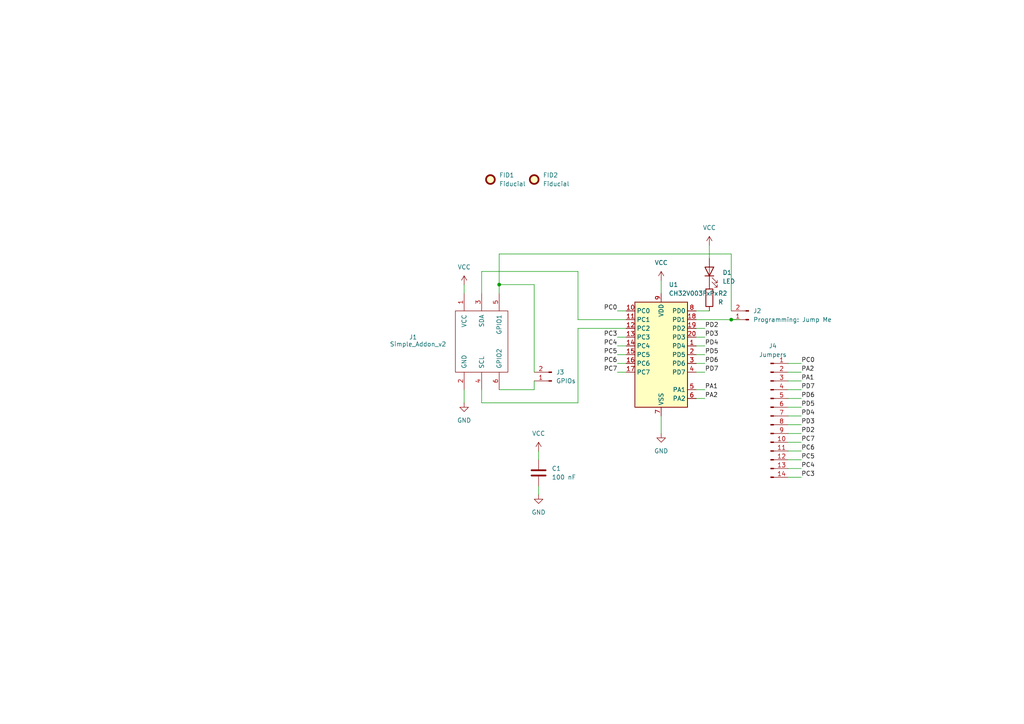
<source format=kicad_sch>
(kicad_sch (version 20231120) (generator "eeschema") (generator_version "8.0")
  (paper "A4")
  (lib_symbols
    (symbol "Connector:Conn_01x02_Pin" (pin_names (offset 1.016) hide)
      (property "Reference" "J" (at 0 2.54 0))
      (property "Value" "Conn_01x02_Pin" (at 0 -5.08 0))
      (symbol "Conn_01x02_Pin_1_1"
        (polyline (pts (xy 1.27 -2.54) (xy 0.8636 -2.54)) (stroke (width 0.1524)))
        (polyline (pts (xy 1.27 0) (xy 0.8636 0)) (stroke (width 0.1524)))
        (rectangle (start 0.8636 -2.413) (end 0 -2.667) (stroke (width 0.1524)) (fill (type outline)))
        (rectangle (start 0.8636 0.127) (end 0 -0.127) (stroke (width 0.1524)) (fill (type outline)))
        (pin passive line (at 5.08 0 180) (length 3.81) (name "Pin_1") (number "1"))
        (pin passive line (at 5.08 -2.54 180) (length 3.81) (name "Pin_2") (number "2"))
      )
    )
    (symbol "Connector:Conn_01x14_Pin" (pin_names (offset 1.016) hide)
      (property "Reference" "J" (at 0 17.78 0))
      (property "Value" "Conn_01x14_Pin" (at 0 -20.32 0))
      (symbol "Conn_01x14_Pin_1_1"
        (polyline (pts (xy 1.27 -17.78) (xy 0.8636 -17.78)) (stroke (width 0.1524)))
        (polyline (pts (xy 1.27 -15.24) (xy 0.8636 -15.24)) (stroke (width 0.1524)))
        (polyline (pts (xy 1.27 -12.7) (xy 0.8636 -12.7)) (stroke (width 0.1524)))
        (polyline (pts (xy 1.27 -10.16) (xy 0.8636 -10.16)) (stroke (width 0.1524)))
        (polyline (pts (xy 1.27 -7.62) (xy 0.8636 -7.62)) (stroke (width 0.1524)))
        (polyline (pts (xy 1.27 -5.08) (xy 0.8636 -5.08)) (stroke (width 0.1524)))
        (polyline (pts (xy 1.27 -2.54) (xy 0.8636 -2.54)) (stroke (width 0.1524)))
        (polyline (pts (xy 1.27 0) (xy 0.8636 0)) (stroke (width 0.1524)))
        (polyline (pts (xy 1.27 2.54) (xy 0.8636 2.54)) (stroke (width 0.1524)))
        (polyline (pts (xy 1.27 5.08) (xy 0.8636 5.08)) (stroke (width 0.1524)))
        (polyline (pts (xy 1.27 7.62) (xy 0.8636 7.62)) (stroke (width 0.1524)))
        (polyline (pts (xy 1.27 10.16) (xy 0.8636 10.16)) (stroke (width 0.1524)))
        (polyline (pts (xy 1.27 12.7) (xy 0.8636 12.7)) (stroke (width 0.1524)))
        (polyline (pts (xy 1.27 15.24) (xy 0.8636 15.24)) (stroke (width 0.1524)))
        (rectangle (start 0.8636 -17.653) (end 0 -17.907) (stroke (width 0.1524)) (fill (type outline)))
        (rectangle (start 0.8636 -15.113) (end 0 -15.367) (stroke (width 0.1524)) (fill (type outline)))
        (rectangle (start 0.8636 -12.573) (end 0 -12.827) (stroke (width 0.1524)) (fill (type outline)))
        (rectangle (start 0.8636 -10.033) (end 0 -10.287) (stroke (width 0.1524)) (fill (type outline)))
        (rectangle (start 0.8636 -7.493) (end 0 -7.747) (stroke (width 0.1524)) (fill (type outline)))
        (rectangle (start 0.8636 -4.953) (end 0 -5.207) (stroke (width 0.1524)) (fill (type outline)))
        (rectangle (start 0.8636 -2.413) (end 0 -2.667) (stroke (width 0.1524)) (fill (type outline)))
        (rectangle (start 0.8636 0.127) (end 0 -0.127) (stroke (width 0.1524)) (fill (type outline)))
        (rectangle (start 0.8636 2.667) (end 0 2.413) (stroke (width 0.1524)) (fill (type outline)))
        (rectangle (start 0.8636 5.207) (end 0 4.953) (stroke (width 0.1524)) (fill (type outline)))
        (rectangle (start 0.8636 7.747) (end 0 7.493) (stroke (width 0.1524)) (fill (type outline)))
        (rectangle (start 0.8636 10.287) (end 0 10.033) (stroke (width 0.1524)) (fill (type outline)))
        (rectangle (start 0.8636 12.827) (end 0 12.573) (stroke (width 0.1524)) (fill (type outline)))
        (rectangle (start 0.8636 15.367) (end 0 15.113) (stroke (width 0.1524)) (fill (type outline)))
        (pin passive line (at 5.08 15.24 180) (length 3.81) (name "Pin_1") (number "1"))
        (pin passive line (at 5.08 -7.62 180) (length 3.81) (name "Pin_10") (number "10"))
        (pin passive line (at 5.08 -10.16 180) (length 3.81) (name "Pin_11") (number "11"))
        (pin passive line (at 5.08 -12.7 180) (length 3.81) (name "Pin_12") (number "12"))
        (pin passive line (at 5.08 -15.24 180) (length 3.81) (name "Pin_13") (number "13"))
        (pin passive line (at 5.08 -17.78 180) (length 3.81) (name "Pin_14") (number "14"))
        (pin passive line (at 5.08 12.7 180) (length 3.81) (name "Pin_2") (number "2"))
        (pin passive line (at 5.08 10.16 180) (length 3.81) (name "Pin_3") (number "3"))
        (pin passive line (at 5.08 7.62 180) (length 3.81) (name "Pin_4") (number "4"))
        (pin passive line (at 5.08 5.08 180) (length 3.81) (name "Pin_5") (number "5"))
        (pin passive line (at 5.08 2.54 180) (length 3.81) (name "Pin_6") (number "6"))
        (pin passive line (at 5.08 0 180) (length 3.81) (name "Pin_7") (number "7"))
        (pin passive line (at 5.08 -2.54 180) (length 3.81) (name "Pin_8") (number "8"))
        (pin passive line (at 5.08 -5.08 180) (length 3.81) (name "Pin_9") (number "9"))
      )
    )
    (symbol "Device:C" (pin_numbers hide) (pin_names (offset 0.254))
      (property "Reference" "C" (at 0.635 2.54 0))
      (property "Value" "C" (at 0.635 -2.54 0))
      (symbol "C_0_1"
        (polyline (pts (xy -2.032 -0.762) (xy 2.032 -0.762)) (stroke (width 0.508)))
        (polyline (pts (xy -2.032 0.762) (xy 2.032 0.762)) (stroke (width 0.508)))
      )
      (symbol "C_1_1"
        (pin passive line (at 0 3.81 270) (length 2.794) (name "~") (number "1"))
        (pin passive line (at 0 -3.81 90) (length 2.794) (name "~") (number "2"))
      )
    )
    (symbol "Device:LED" (pin_numbers hide) (pin_names (offset 1.016) hide)
      (property "Reference" "D" (at 0 2.54 0))
      (property "Value" "LED" (at 0 -2.54 0))
      (symbol "LED_0_1"
        (polyline (pts (xy -1.27 -1.27) (xy -1.27 1.27)) (stroke (width 0.254)))
        (polyline (pts (xy -1.27 0) (xy 1.27 0)))
        (polyline (pts (xy 1.27 -1.27) (xy 1.27 1.27) (xy -1.27 0) (xy 1.27 -1.27)) (stroke (width 0.254)))
        (polyline (pts (xy -3.048 -0.762) (xy -4.572 -2.286) (xy -3.81 -2.286) (xy -4.572 -2.286) (xy -4.572 -1.524)))
        (polyline (pts (xy -1.778 -0.762) (xy -3.302 -2.286) (xy -2.54 -2.286) (xy -3.302 -2.286) (xy -3.302 -1.524)))
      )
      (symbol "LED_1_1"
        (pin passive line (at -3.81 0 0) (length 2.54) (name "K") (number "1"))
        (pin passive line (at 3.81 0 180) (length 2.54) (name "A") (number "2"))
      )
    )
    (symbol "Device:R" (pin_numbers hide) (pin_names (offset 0))
      (property "Reference" "R" (at 2.032 0 90))
      (property "Value" "R" (at 0 0 90))
      (symbol "R_0_1"
        (rectangle (start -1.016 -2.54) (end 1.016 2.54) (stroke (width 0.254)))
      )
      (symbol "R_1_1"
        (pin passive line (at 0 3.81 270) (length 1.27) (name "~") (number "1"))
        (pin passive line (at 0 -3.81 90) (length 1.27) (name "~") (number "2"))
      )
    )
    (symbol "MCU_WCH_CH32V0:CH32V003FxPx"
      (property "Reference" "U" (at -7.62 17.78 0))
      (property "Value" "CH32V003FxPx" (at 7.62 17.78 0))
      (symbol "CH32V003FxPx_1_1"
        (rectangle (start -7.62 15.24) (end 7.62 -15.24) (stroke (width 0.254)) (fill (type background)))
        (pin bidirectional line (at 10.16 2.54 180) (length 2.54) (name "PD4") (number "1"))
        (pin bidirectional line (at -10.16 12.7 0) (length 2.54) (name "PC0") (number "10"))
        (pin bidirectional line (at -10.16 10.16 0) (length 2.54) (name "PC1") (number "11"))
        (pin bidirectional line (at -10.16 7.62 0) (length 2.54) (name "PC2") (number "12"))
        (pin bidirectional line (at -10.16 5.08 0) (length 2.54) (name "PC3") (number "13"))
        (pin bidirectional line (at -10.16 2.54 0) (length 2.54) (name "PC4") (number "14"))
        (pin bidirectional line (at -10.16 0 0) (length 2.54) (name "PC5") (number "15"))
        (pin bidirectional line (at -10.16 -2.54 0) (length 2.54) (name "PC6") (number "16"))
        (pin bidirectional line (at -10.16 -5.08 0) (length 2.54) (name "PC7") (number "17"))
        (pin bidirectional line (at 10.16 10.16 180) (length 2.54) (name "PD1") (number "18"))
        (pin bidirectional line (at 10.16 7.62 180) (length 2.54) (name "PD2") (number "19"))
        (pin bidirectional line (at 10.16 0 180) (length 2.54) (name "PD5") (number "2"))
        (pin bidirectional line (at 10.16 5.08 180) (length 2.54) (name "PD3") (number "20"))
        (pin bidirectional line (at 10.16 -2.54 180) (length 2.54) (name "PD6") (number "3"))
        (pin bidirectional line (at 10.16 -5.08 180) (length 2.54) (name "PD7") (number "4"))
        (pin bidirectional line (at 10.16 -10.16 180) (length 2.54) (name "PA1") (number "5"))
        (pin bidirectional line (at 10.16 -12.7 180) (length 2.54) (name "PA2") (number "6"))
        (pin power_in line (at 0 -17.78 90) (length 2.54) (name "VSS") (number "7"))
        (pin bidirectional line (at 10.16 12.7 180) (length 2.54) (name "PD0") (number "8"))
        (pin power_in line (at 0 17.78 270) (length 2.54) (name "VDD") (number "9"))
      )
    )
    (symbol "Mechanical:Fiducial" (exclude_from_sim yes) (in_bom no)
      (property "Reference" "FID" (at 0 5.08 0))
      (property "Value" "Fiducial" (at 0 3.175 0))
      (symbol "Fiducial_0_1"
        (circle (center 0 0) (radius 1.27) (stroke (width 0.508)) (fill (type background)))
      )
    )
    (symbol "power:GND" (power) (pin_numbers hide) (pin_names (offset 0) hide)
      (property "Value" "GND" (at 0 -3.81 0))
      (symbol "GND_0_1"
        (polyline (pts (xy 0 0) (xy 0 -1.27) (xy 1.27 -1.27) (xy 0 -2.54) (xy -1.27 -1.27) (xy 0 -1.27)))
      )
      (symbol "GND_1_1"
        (pin power_in line (at 0 0 270) (length 0) (name "~") (number "1"))
      )
    )
    (symbol "power:VCC" (power) (pin_numbers hide) (pin_names (offset 0) hide)
      (property "Value" "VCC" (at 0 3.556 0))
      (symbol "VCC_0_1"
        (polyline (pts (xy -0.762 1.27) (xy 0 2.54)))
        (polyline (pts (xy 0 0) (xy 0 2.54)))
        (polyline (pts (xy 0 2.54) (xy 0.762 1.27)))
      )
      (symbol "VCC_1_1"
        (pin power_in line (at 0 0 90) (length 0) (name "~") (number "1"))
      )
    )
    (symbol "todbot_stuff:Simple_Addon_v2" (pin_names (offset 1.016))
      (property "Reference" "X" (at 0 0 0))
      (property "Value" "Simple_Addon_v2" (at 0 20.32 0))
      (symbol "Simple_Addon_v2_0_1"
        (rectangle (start -7.62 8.89) (end 7.62 -8.89))
      )
      (symbol "Simple_Addon_v2_1_1"
        (pin input line (at -5.08 13.97 270) (length 5.08) (name "VCC") (number "1"))
        (pin input line (at -5.08 -13.97 90) (length 5.08) (name "GND") (number "2"))
        (pin input line (at 0 13.97 270) (length 5.08) (name "SDA") (number "3"))
        (pin input line (at 0 -13.97 90) (length 5.08) (name "SCL") (number "4"))
        (pin input line (at 5.08 13.97 270) (length 5.08) (name "GPIO1") (number "5"))
        (pin input line (at 5.08 -13.97 90) (length 5.08) (name "GPIO2") (number "6"))
      )
    )
  )
  (junction (at 144.78 82.55))
  (junction (at 212.09 92.71))
  (wire (pts (xy 179.07 90.17) (xy 181.61 90.17)))
  (wire (pts (xy 228.6 115.57) (xy 232.41 115.57)))
  (wire (pts (xy 144.78 82.55) (xy 144.78 85.09)))
  (wire (pts (xy 139.7 85.09) (xy 139.7 78.74)))
  (wire (pts (xy 201.93 113.03) (xy 204.47 113.03)))
  (wire (pts (xy 201.93 100.33) (xy 204.47 100.33)))
  (wire (pts (xy 212.09 73.66) (xy 144.78 73.66)))
  (wire (pts (xy 139.7 78.74) (xy 167.64 78.74)))
  (wire (pts (xy 156.21 130.81) (xy 156.21 133.35)))
  (wire (pts (xy 228.6 128.27) (xy 232.41 128.27)))
  (wire (pts (xy 201.93 115.57) (xy 204.47 115.57)))
  (wire (pts (xy 167.64 78.74) (xy 167.64 92.71)))
  (wire (pts (xy 201.93 107.95) (xy 204.47 107.95)))
  (wire (pts (xy 191.77 81.28) (xy 191.77 85.09)))
  (wire (pts (xy 167.64 92.71) (xy 181.61 92.71)))
  (wire (pts (xy 228.6 105.41) (xy 232.41 105.41)))
  (wire (pts (xy 167.64 95.25) (xy 181.61 95.25)))
  (wire (pts (xy 201.93 102.87) (xy 204.47 102.87)))
  (wire (pts (xy 228.6 118.11) (xy 232.41 118.11)))
  (wire (pts (xy 228.6 107.95) (xy 232.41 107.95)))
  (wire (pts (xy 228.6 135.89) (xy 232.41 135.89)))
  (wire (pts (xy 201.93 97.79) (xy 204.47 97.79)))
  (wire (pts (xy 179.07 105.41) (xy 181.61 105.41)))
  (wire (pts (xy 154.94 82.55) (xy 154.94 107.95)))
  (wire (pts (xy 212.09 92.71) (xy 214.63 92.71)))
  (wire (pts (xy 205.74 71.12) (xy 205.74 74.93)))
  (wire (pts (xy 139.7 113.03) (xy 139.7 116.84)))
  (wire (pts (xy 201.93 90.17) (xy 205.74 90.17)))
  (wire (pts (xy 228.6 120.65) (xy 232.41 120.65)))
  (wire (pts (xy 201.93 105.41) (xy 204.47 105.41)))
  (wire (pts (xy 228.6 123.19) (xy 232.41 123.19)))
  (wire (pts (xy 179.07 107.95) (xy 181.61 107.95)))
  (wire (pts (xy 167.64 116.84) (xy 167.64 95.25)))
  (wire (pts (xy 228.6 138.43) (xy 232.41 138.43)))
  (wire (pts (xy 144.78 73.66) (xy 144.78 82.55)))
  (wire (pts (xy 228.6 133.35) (xy 232.41 133.35)))
  (wire (pts (xy 212.09 90.17) (xy 212.09 73.66)))
  (wire (pts (xy 228.6 130.81) (xy 232.41 130.81)))
  (wire (pts (xy 139.7 116.84) (xy 167.64 116.84)))
  (wire (pts (xy 191.77 120.65) (xy 191.77 125.73)))
  (wire (pts (xy 134.62 113.03) (xy 134.62 116.84)))
  (wire (pts (xy 179.07 102.87) (xy 181.61 102.87)))
  (wire (pts (xy 228.6 113.03) (xy 232.41 113.03)))
  (wire (pts (xy 156.21 140.97) (xy 156.21 143.51)))
  (wire (pts (xy 179.07 100.33) (xy 181.61 100.33)))
  (wire (pts (xy 228.6 110.49) (xy 232.41 110.49)))
  (wire (pts (xy 179.07 97.79) (xy 181.61 97.79)))
  (wire (pts (xy 134.62 82.55) (xy 134.62 85.09)))
  (wire (pts (xy 154.94 110.49) (xy 154.94 113.03)))
  (wire (pts (xy 201.93 95.25) (xy 204.47 95.25)))
  (wire (pts (xy 144.78 113.03) (xy 154.94 113.03)))
  (wire (pts (xy 201.93 92.71) (xy 212.09 92.71)))
  (wire (pts (xy 144.78 82.55) (xy 154.94 82.55)))
  (wire (pts (xy 228.6 125.73) (xy 232.41 125.73)))
  (label "PC6" (at 232.41 130.81 0))
  (label "PC7" (at 179.07 107.95 180))
  (label "PC3" (at 179.07 97.79 180))
  (label "PD5" (at 232.41 118.11 0))
  (label "PD2" (at 232.41 125.73 0))
  (label "PD6" (at 232.41 115.57 0))
  (label "PA2" (at 232.41 107.95 0))
  (label "PA1" (at 232.41 110.49 0))
  (label "PA2" (at 204.47 115.57 0))
  (label "PC6" (at 179.07 105.41 180))
  (label "PC0" (at 232.41 105.41 0))
  (label "PC5" (at 179.07 102.87 180))
  (label "PC4" (at 232.41 135.89 0))
  (label "PC7" (at 232.41 128.27 0))
  (label "PD7" (at 204.47 107.95 0))
  (label "PA1" (at 204.47 113.03 0))
  (label "PC5" (at 232.41 133.35 0))
  (label "PD7" (at 232.41 113.03 0))
  (label "PD3" (at 232.41 123.19 0))
  (label "PC4" (at 179.07 100.33 180))
  (label "PD4" (at 232.41 120.65 0))
  (label "PC3" (at 232.41 138.43 0))
  (label "PD6" (at 204.47 105.41 0))
  (label "PD4" (at 204.47 100.33 0))
  (label "PC0" (at 179.07 90.17 180))
  (label "PD3" (at 204.47 97.79 0))
  (label "PD2" (at 204.47 95.25 0))
  (label "PD5" (at 204.47 102.87 0))
  (symbol (lib_id "power:VCC") (at 205.74 71.12 0) (unit 1)
    (property "Reference" "#PWR07" (effects (hide yes)))
    (property "Value" "VCC" (at 205.74 66.04 0))
    (property "Description" "Power symbol creates a global label with name \"VCC\"" (effects (hide yes)))
  )
  (symbol (lib_id "Device:R") (at 205.74 86.36 0) (unit 1)
    (property "Reference" "R2" (at 208.28 85.0899 0) (effects (justify left)))
    (property "Value" "R" (at 208.28 87.6299 0) (effects (justify left)))
    (property "Footprint" "Resistor_SMD:R_0603_1608Metric" (effects (hide yes)))
    (property "Description" "Resistor" (effects (hide yes)))
  )
  (symbol (lib_id "power:VCC") (at 134.62 82.55 0) (unit 1)
    (property "Reference" "#PWR01" (effects (hide yes)))
    (property "Value" "VCC" (at 134.62 77.47 0))
    (property "Description" "Power symbol creates a global label with name \"VCC\"" (effects (hide yes)))
  )
  (symbol (lib_id "Device:C") (at 156.21 137.16 0) (unit 1)
    (property "Reference" "C1" (at 160.02 135.8899 0) (effects (justify left)))
    (property "Value" "100 nF" (at 160.02 138.4299 0) (effects (justify left)))
    (property "Footprint" "Capacitor_SMD:C_0603_1608Metric" (effects (hide yes)))
    (property "Description" "Unpolarized capacitor" (effects (hide yes)))
  )
  (symbol (lib_id "Device:LED") (at 205.74 78.74 90) (unit 1)
    (property "Reference" "D1" (at 209.55 79.0574 90) (effects (justify right)))
    (property "Value" "LED" (at 209.55 81.5974 90) (effects (justify right)))
    (property "Footprint" "LED_SMD:LED_0603_1608Metric" (effects (hide yes)))
    (property "Description" "Light emitting diode" (effects (hide yes)))
  )
  (symbol (lib_id "power:GND") (at 156.21 143.51 0) (unit 1)
    (property "Reference" "#PWR04" (effects (hide yes)))
    (property "Value" "GND" (at 156.21 148.59 0))
    (property "Description" "Power symbol creates a global label with name \"GND\" , ground" (effects (hide yes)))
  )
  (symbol (lib_id "MCU_WCH_CH32V0:CH32V003FxPx") (at 191.77 102.87 0) (unit 1)
    (property "Reference" "U1" (at 193.9641 82.55 0) (effects (justify left)))
    (property "Value" "CH32V003FxPx" (at 193.9641 85.09 0) (effects (justify left)))
    (property "Footprint" "Package_SO:TSSOP-20_4.4x6.5mm_P0.65mm" (effects (hide yes)))
    (property "Datasheet" "https://www.wch-ic.com/products/CH32V003.html" (effects (hide yes)))
    (property "Description" "CH32V003 series are industrial-grade general-purpose microcontrollers designed based on 32-bit RISC-V instruction set and architecture. It adopts QingKe V2A core, RV32EC instruction set, and supports 2 levels of interrupt nesting. The series are mounted with rich peripheral interfaces and function modules. Its internal organizational structure meets the low-cost and low-power embedded application scenarios." (effects (hide yes)))
  )
  (symbol (lib_id "todbot_stuff:Simple_Addon_v2") (at 139.7 99.06 0) (unit 1)
    (property "Reference" "J1" (at 118.618 97.79 0) (effects (justify left)))
    (property "Value" "Simple_Addon_v2" (at 113.03 99.822 0) (effects (justify left)))
    (property "Footprint" "Connector_PinHeader_2.54mm:PinHeader_2x03_P2.54mm_Vertical" (effects (hide yes)))
  )
  (symbol (lib_id "Connector:Conn_01x02_Pin") (at 160.02 110.49 180) (unit 1)
    (property "Reference" "J3" (at 161.29 107.9499 0) (effects (justify right)))
    (property "Value" "GPIOs" (at 161.29 110.4899 0) (effects (justify right)))
    (property "Footprint" "Connector_PinHeader_2.54mm:PinHeader_1x02_P2.54mm_Vertical" (effects (hide yes)))
    (property "Description" "Generic connector, single row, 01x02, script generated" (effects (hide yes)))
  )
  (symbol (lib_id "power:VCC") (at 156.21 130.81 0) (unit 1)
    (property "Reference" "#PWR03" (effects (hide yes)))
    (property "Value" "VCC" (at 156.21 125.73 0))
    (property "Description" "Power symbol creates a global label with name \"VCC\"" (effects (hide yes)))
  )
  (symbol (lib_id "power:GND") (at 191.77 125.73 0) (unit 1)
    (property "Reference" "#PWR06" (effects (hide yes)))
    (property "Value" "GND" (at 191.77 130.81 0))
    (property "Description" "Power symbol creates a global label with name \"GND\" , ground" (effects (hide yes)))
  )
  (symbol (lib_id "Mechanical:Fiducial") (at 154.94 52.07 0) (unit 1) (exclude_from_sim yes) (in_bom no)
    (property "Reference" "FID2" (at 157.48 50.7999 0) (effects (justify left)))
    (property "Value" "Fiducial" (at 157.48 53.3399 0) (effects (justify left)))
    (property "Footprint" "Fiducial:Fiducial_1mm_Mask2mm" (effects (hide yes)))
    (property "Description" "Fiducial Marker" (effects (hide yes)))
  )
  (symbol (lib_id "Mechanical:Fiducial") (at 142.24 52.07 0) (unit 1) (exclude_from_sim yes) (in_bom no)
    (property "Reference" "FID1" (at 144.78 50.7999 0) (effects (justify left)))
    (property "Value" "Fiducial" (at 144.78 53.3399 0) (effects (justify left)))
    (property "Footprint" "Fiducial:Fiducial_1mm_Mask2mm" (effects (hide yes)))
    (property "Description" "Fiducial Marker" (effects (hide yes)))
  )
  (symbol (lib_id "power:GND") (at 134.62 116.84 0) (unit 1)
    (property "Reference" "#PWR02" (effects (hide yes)))
    (property "Value" "GND" (at 134.62 121.92 0))
    (property "Description" "Power symbol creates a global label with name \"GND\" , ground" (effects (hide yes)))
  )
  (symbol (lib_id "Connector:Conn_01x14_Pin") (at 223.52 120.65 0) (unit 1)
    (property "Reference" "J4" (at 224.155 100.33 0))
    (property "Value" "Jumpers" (at 224.155 102.87 0))
    (property "Footprint" "Connector_PinHeader_2.54mm:PinHeader_1x14_P2.54mm_Vertical" (effects (hide yes)))
    (property "Description" "Generic connector, single row, 01x14, script generated" (effects (hide yes)))
  )
  (symbol (lib_id "Connector:Conn_01x02_Pin") (at 217.17 92.71 180) (unit 1)
    (property "Reference" "J2" (at 218.44 90.1699 0) (effects (justify right)))
    (property "Value" "Programming: Jump Me" (at 218.44 92.7099 0) (effects (justify right)))
    (property "Footprint" "Connector_PinHeader_2.54mm:PinHeader_1x02_P2.54mm_Vertical" (effects (hide yes)))
    (property "Description" "Generic connector, single row, 01x02, script generated" (effects (hide yes)))
  )
  (symbol (lib_id "power:VCC") (at 191.77 81.28 0) (unit 1)
    (property "Reference" "#PWR05" (effects (hide yes)))
    (property "Value" "VCC" (at 191.77 76.2 0))
    (property "Description" "Power symbol creates a global label with name \"VCC\"" (effects (hide yes)))
  )
)
</source>
